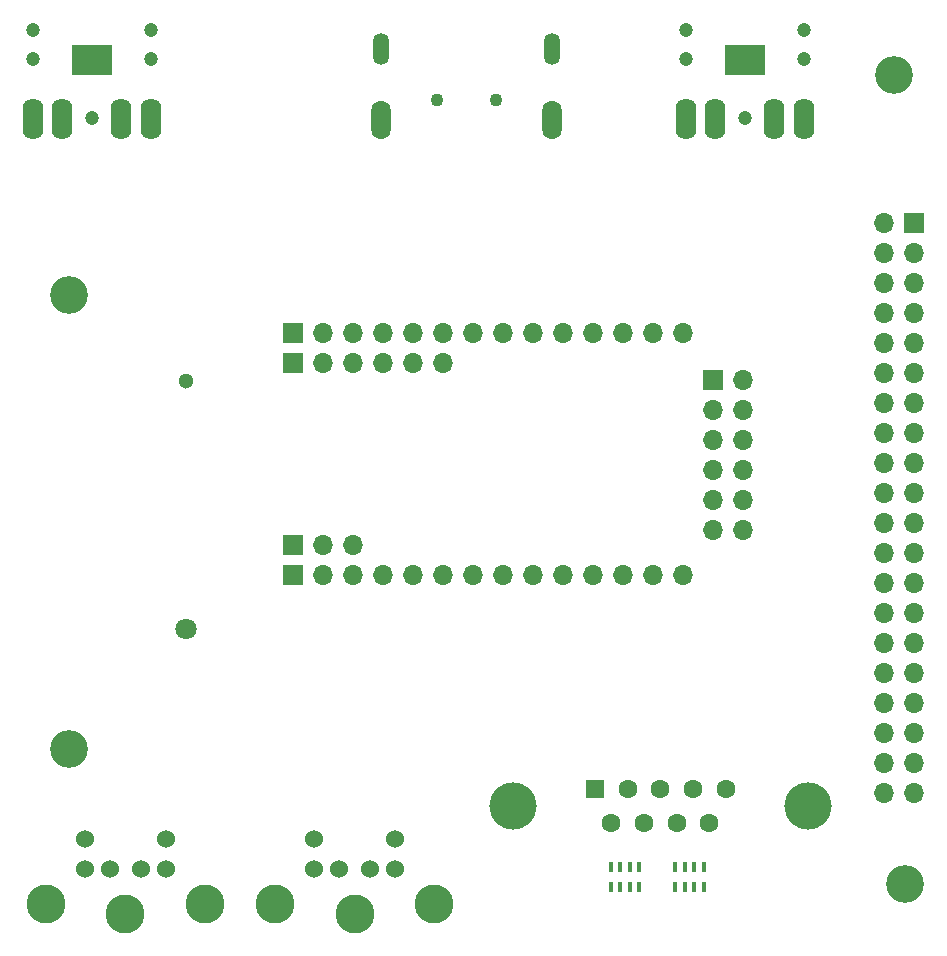
<source format=gbr>
%TF.GenerationSoftware,KiCad,Pcbnew,6.0.2+dfsg-1*%
%TF.CreationDate,2023-04-03T20:21:34+02:00*%
%TF.ProjectId,CYC10 Board,43594331-3020-4426-9f61-72642e6b6963,rev?*%
%TF.SameCoordinates,Original*%
%TF.FileFunction,Soldermask,Bot*%
%TF.FilePolarity,Negative*%
%FSLAX46Y46*%
G04 Gerber Fmt 4.6, Leading zero omitted, Abs format (unit mm)*
G04 Created by KiCad (PCBNEW 6.0.2+dfsg-1) date 2023-04-03 20:21:34*
%MOMM*%
%LPD*%
G01*
G04 APERTURE LIST*
%ADD10C,1.100000*%
%ADD11O,1.350000X2.700000*%
%ADD12O,1.650000X3.300000*%
%ADD13C,1.200000*%
%ADD14R,3.500000X2.500000*%
%ADD15O,1.750000X3.500000*%
%ADD16C,3.200000*%
%ADD17R,1.700000X1.700000*%
%ADD18O,1.700000X1.700000*%
%ADD19C,1.524000*%
%ADD20C,3.300000*%
%ADD21C,4.000000*%
%ADD22R,1.600000X1.600000*%
%ADD23C,1.600000*%
%ADD24C,1.800000*%
%ADD25C,1.300000*%
%ADD26R,0.425000X0.900000*%
G04 APERTURE END LIST*
D10*
%TO.C,J8*%
X58689900Y-27400700D03*
X53689900Y-27400700D03*
D11*
X63439900Y-23090700D03*
D12*
X63439900Y-29050700D03*
D11*
X48939900Y-23090700D03*
D12*
X48939900Y-29050700D03*
%TD*%
D13*
%TO.C,J12*%
X29488200Y-21458100D03*
X29488200Y-23958100D03*
X19488200Y-21458100D03*
X19488200Y-23958100D03*
X24488200Y-28958100D03*
D14*
X24488200Y-23997100D03*
D15*
X19488200Y-29003100D03*
X29488200Y-29003100D03*
X21988200Y-29003100D03*
X26988200Y-29003100D03*
%TD*%
D16*
%TO.C,H2*%
X92362020Y-25250140D03*
%TD*%
%TO.C,H3*%
X93309400Y-93817400D03*
%TD*%
%TO.C,H4*%
X22550100Y-82326500D03*
%TD*%
D13*
%TO.C,J11*%
X74745800Y-21437700D03*
X79745800Y-28937700D03*
X84745800Y-23937700D03*
X84745800Y-21437700D03*
X74745800Y-23937700D03*
D14*
X79745800Y-23976700D03*
D15*
X74745800Y-28982700D03*
X84745800Y-28982700D03*
X77245800Y-28982700D03*
X82245800Y-28982700D03*
%TD*%
D16*
%TO.C,H1*%
X22580600Y-43926800D03*
%TD*%
D17*
%TO.C,J2*%
X41473200Y-65077300D03*
D18*
X44013200Y-65077300D03*
X46553200Y-65077300D03*
%TD*%
D17*
%TO.C,J4*%
X41483300Y-47127000D03*
D18*
X44023300Y-47127000D03*
X46563300Y-47127000D03*
X49103300Y-47127000D03*
X51643300Y-47127000D03*
X54183300Y-47127000D03*
X56723300Y-47127000D03*
X59263300Y-47127000D03*
X61803300Y-47127000D03*
X64343300Y-47127000D03*
X66883300Y-47127000D03*
X69423300Y-47127000D03*
X71963300Y-47127000D03*
X74503300Y-47127000D03*
%TD*%
D17*
%TO.C,J3*%
X41483300Y-49667000D03*
D18*
X44023300Y-49667000D03*
X46563300Y-49667000D03*
X49103300Y-49667000D03*
X51643300Y-49667000D03*
X54183300Y-49667000D03*
%TD*%
D17*
%TO.C,J5*%
X77068700Y-51065300D03*
D18*
X77068700Y-53605300D03*
X77068700Y-56145300D03*
X77068700Y-58685300D03*
X77068700Y-61225300D03*
X77068700Y-63765300D03*
X79608700Y-51065300D03*
X79608700Y-53605300D03*
X79608700Y-56145300D03*
X79608700Y-58685300D03*
X79608700Y-61225300D03*
X79608700Y-63765300D03*
%TD*%
D17*
%TO.C,J1*%
X41473200Y-67617300D03*
D18*
X44013200Y-67617300D03*
X46553200Y-67617300D03*
X49093200Y-67617300D03*
X51633200Y-67617300D03*
X54173200Y-67617300D03*
X56713200Y-67617300D03*
X59253200Y-67617300D03*
X61793200Y-67617300D03*
X64333200Y-67617300D03*
X66873200Y-67617300D03*
X69413200Y-67617300D03*
X71953200Y-67617300D03*
X74493200Y-67617300D03*
%TD*%
D19*
%TO.C,J9*%
X48020800Y-92495000D03*
X45420800Y-92495000D03*
X50120800Y-92495000D03*
X43320800Y-92495000D03*
X50120800Y-89995000D03*
X43320800Y-89995000D03*
D20*
X46720800Y-96295000D03*
X53470800Y-95495000D03*
X39970800Y-95495000D03*
%TD*%
D19*
%TO.C,J10*%
X28620800Y-92495000D03*
X26020800Y-92495000D03*
X30720800Y-92495000D03*
X23920800Y-92495000D03*
X30720800Y-89995000D03*
X23920800Y-89995000D03*
D20*
X27320800Y-96295000D03*
X34070800Y-95495000D03*
X20570800Y-95495000D03*
%TD*%
D17*
%TO.C,J13*%
X94107000Y-37815500D03*
D18*
X91567000Y-37815500D03*
X94107000Y-40355500D03*
X91567000Y-40355500D03*
X94107000Y-42895500D03*
X91567000Y-42895500D03*
X94107000Y-45435500D03*
X91567000Y-45435500D03*
X94107000Y-47975500D03*
X91567000Y-47975500D03*
X94107000Y-50515500D03*
X91567000Y-50515500D03*
X94107000Y-53055500D03*
X91567000Y-53055500D03*
X94107000Y-55595500D03*
X91567000Y-55595500D03*
X94107000Y-58135500D03*
X91567000Y-58135500D03*
X94107000Y-60675500D03*
X91567000Y-60675500D03*
X94107000Y-63215500D03*
X91567000Y-63215500D03*
X94107000Y-65755500D03*
X91567000Y-65755500D03*
X94107000Y-68295500D03*
X91567000Y-68295500D03*
X94107000Y-70835500D03*
X91567000Y-70835500D03*
X94107000Y-73375500D03*
X91567000Y-73375500D03*
X94107000Y-75915500D03*
X91567000Y-75915500D03*
X94107000Y-78455500D03*
X91567000Y-78455500D03*
X94107000Y-80995500D03*
X91567000Y-80995500D03*
X94107000Y-83535500D03*
X91567000Y-83535500D03*
X94107000Y-86075500D03*
X91567000Y-86075500D03*
%TD*%
D21*
%TO.C,J6*%
X60111200Y-87175500D03*
X85111200Y-87175500D03*
D22*
X67071200Y-85755500D03*
D23*
X69841200Y-85755500D03*
X72611200Y-85755500D03*
X75381200Y-85755500D03*
X78151200Y-85755500D03*
X68456200Y-88595500D03*
X71226200Y-88595500D03*
X73996200Y-88595500D03*
X76766200Y-88595500D03*
%TD*%
D24*
%TO.C,P1*%
X32419453Y-72221530D03*
D25*
X32419453Y-51221500D03*
%TD*%
D26*
%TO.C,RN3*%
X73872200Y-92301600D03*
X74672200Y-92301600D03*
X75472200Y-92301600D03*
X76272200Y-92301600D03*
X76272200Y-94001600D03*
X75472200Y-94001600D03*
X74672200Y-94001600D03*
X73872200Y-94001600D03*
%TD*%
%TO.C,RN2*%
X68431500Y-92301600D03*
X69231500Y-92301600D03*
X70031500Y-92301600D03*
X70831500Y-92301600D03*
X70831500Y-94001600D03*
X70031500Y-94001600D03*
X69231500Y-94001600D03*
X68431500Y-94001600D03*
%TD*%
M02*

</source>
